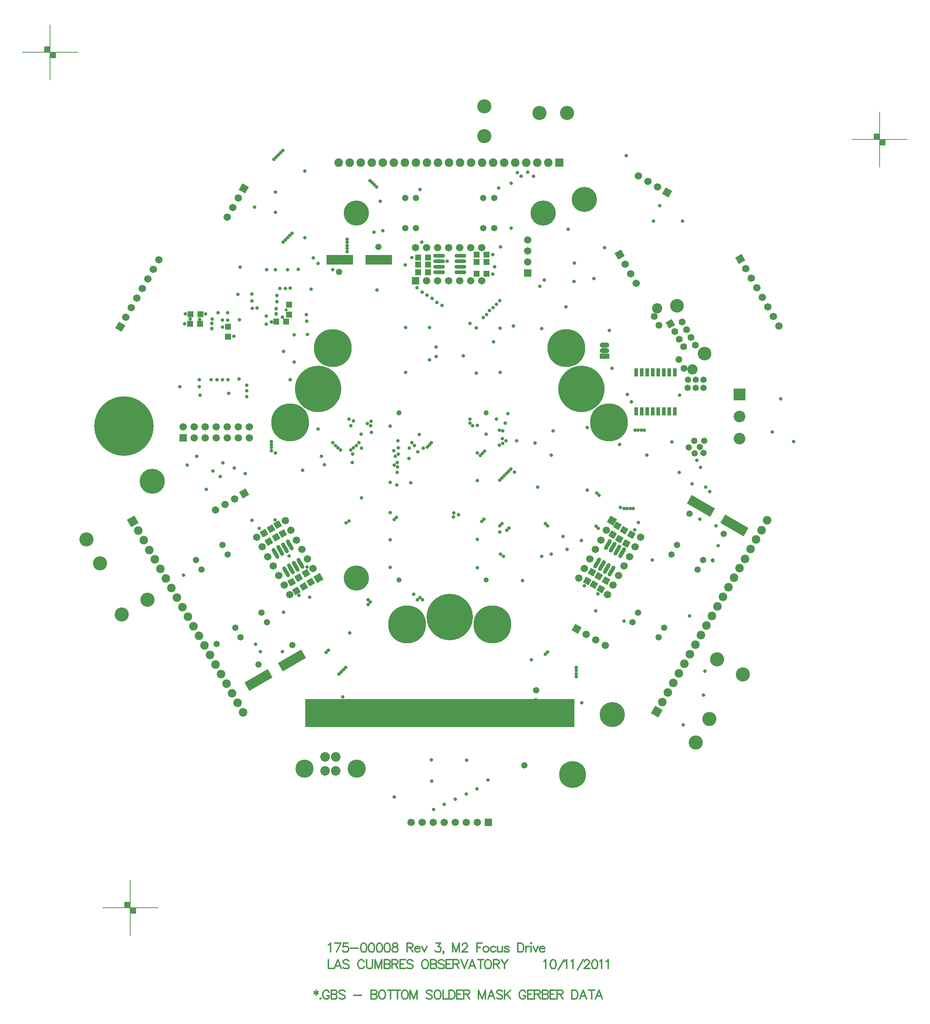
<source format=gbs>
%FSLAX23Y23*%
%MOIN*%
G70*
G01*
G75*
G04 Layer_Color=16711935*
%ADD10R,0.057X0.012*%
%ADD11R,0.025X0.185*%
%ADD12R,0.025X0.100*%
%ADD13O,0.079X0.024*%
%ADD14R,0.070X0.135*%
%ADD15R,0.036X0.036*%
%ADD16R,0.094X0.102*%
G04:AMPARAMS|DCode=17|XSize=78mil|YSize=48mil|CornerRadius=0mil|HoleSize=0mil|Usage=FLASHONLY|Rotation=240.000|XOffset=0mil|YOffset=0mil|HoleType=Round|Shape=Rectangle|*
%AMROTATEDRECTD17*
4,1,4,-0.001,0.046,0.040,0.022,0.001,-0.046,-0.040,-0.022,-0.001,0.046,0.0*
%
%ADD17ROTATEDRECTD17*%

%ADD18R,0.063X0.075*%
%ADD19R,0.050X0.050*%
%ADD20R,0.209X0.079*%
%ADD21R,0.200X0.040*%
%ADD22R,0.200X0.150*%
%ADD23R,0.087X0.059*%
%ADD24R,0.060X0.126*%
%ADD25O,0.012X0.069*%
%ADD26R,0.065X0.094*%
%ADD27O,0.027X0.010*%
%ADD28O,0.024X0.010*%
%ADD29R,0.039X0.059*%
%ADD30R,0.040X0.067*%
%ADD31R,0.051X0.059*%
%ADD32R,0.059X0.051*%
%ADD33O,0.098X0.028*%
%ADD34R,0.050X0.050*%
%ADD35R,0.048X0.078*%
%ADD36R,0.078X0.048*%
G04:AMPARAMS|DCode=37|XSize=78mil|YSize=48mil|CornerRadius=0mil|HoleSize=0mil|Usage=FLASHONLY|Rotation=120.000|XOffset=0mil|YOffset=0mil|HoleType=Round|Shape=Rectangle|*
%AMROTATEDRECTD37*
4,1,4,0.040,-0.022,-0.001,-0.046,-0.040,0.022,0.001,0.046,0.040,-0.022,0.0*
%
%ADD37ROTATEDRECTD37*%

%ADD38R,0.067X0.040*%
G04:AMPARAMS|DCode=39|XSize=135mil|YSize=70mil|CornerRadius=0mil|HoleSize=0mil|Usage=FLASHONLY|Rotation=30.000|XOffset=0mil|YOffset=0mil|HoleType=Round|Shape=Rectangle|*
%AMROTATEDRECTD39*
4,1,4,-0.041,-0.064,-0.076,-0.003,0.041,0.064,0.076,0.003,-0.041,-0.064,0.0*
%
%ADD39ROTATEDRECTD39*%

G04:AMPARAMS|DCode=40|XSize=135mil|YSize=70mil|CornerRadius=0mil|HoleSize=0mil|Usage=FLASHONLY|Rotation=150.000|XOffset=0mil|YOffset=0mil|HoleType=Round|Shape=Rectangle|*
%AMROTATEDRECTD40*
4,1,4,0.076,-0.003,0.041,-0.064,-0.076,0.003,-0.041,0.064,0.076,-0.003,0.0*
%
%ADD40ROTATEDRECTD40*%

%ADD41C,0.020*%
%ADD42C,0.005*%
%ADD43C,0.010*%
%ADD44C,0.050*%
%ADD45C,0.030*%
%ADD46C,0.012*%
%ADD47C,0.008*%
%ADD48C,0.012*%
%ADD49C,0.012*%
%ADD50R,0.079X0.039*%
%ADD51O,0.079X0.039*%
%ADD52C,0.079*%
%ADD53C,0.157*%
%ADD54C,0.120*%
%ADD55C,0.220*%
%ADD56C,0.039*%
%ADD57C,0.085*%
%ADD58C,0.055*%
%ADD59C,0.116*%
%ADD60P,0.078X4X165.0*%
%ADD61C,0.059*%
%ADD62P,0.084X4X255.0*%
%ADD63C,0.050*%
%ADD64P,0.099X4X105.0*%
%ADD65C,0.070*%
%ADD66C,0.219*%
%ADD67R,0.098X0.098*%
%ADD68C,0.098*%
%ADD69R,0.059X0.059*%
%ADD70C,0.059*%
%ADD71P,0.084X4X285.0*%
%ADD72P,0.084X4X195.0*%
%ADD73P,0.084X4X255.0*%
%ADD74R,0.059X0.059*%
%ADD75P,0.084X4X345.0*%
%ADD76R,0.070X0.070*%
%ADD77P,0.099X4X345.0*%
%ADD78P,0.084X4X375.0*%
%ADD79R,0.059X0.059*%
%ADD80C,0.335*%
%ADD81C,0.531*%
%ADD82C,0.413*%
%ADD83C,0.236*%
%ADD84C,0.026*%
%ADD85C,0.024*%
%ADD86C,0.030*%
%ADD87C,0.020*%
%ADD88C,0.040*%
%ADD89C,0.070*%
%ADD90C,0.076*%
%ADD91C,0.131*%
G04:AMPARAMS|DCode=92|XSize=130mil|YSize=130mil|CornerRadius=0mil|HoleSize=0mil|Usage=FLASHONLY|Rotation=0.000|XOffset=0mil|YOffset=0mil|HoleType=Round|Shape=Relief|Width=10mil|Gap=10mil|Entries=4|*
%AMTHD92*
7,0,0,0.130,0.110,0.010,45*
%
%ADD92THD92*%
%ADD93C,0.110*%
%ADD94C,0.206*%
%ADD95C,0.080*%
%ADD96C,0.102*%
%ADD97C,0.075*%
%ADD98C,0.168*%
%ADD99C,0.075*%
G04:AMPARAMS|DCode=100|XSize=95.433mil|YSize=95.433mil|CornerRadius=0mil|HoleSize=0mil|Usage=FLASHONLY|Rotation=0.000|XOffset=0mil|YOffset=0mil|HoleType=Round|Shape=Relief|Width=10mil|Gap=10mil|Entries=4|*
%AMTHD100*
7,0,0,0.095,0.075,0.010,45*
%
%ADD100THD100*%
%ADD101C,0.080*%
%ADD102C,0.099*%
%ADD103C,0.075*%
%ADD104C,0.375*%
%ADD105C,0.571*%
%ADD106C,0.257*%
%ADD107C,0.158*%
%ADD108C,0.053*%
%ADD109C,0.052*%
%ADD110C,0.065*%
G04:AMPARAMS|DCode=111|XSize=89.528mil|YSize=89.528mil|CornerRadius=0mil|HoleSize=0mil|Usage=FLASHONLY|Rotation=0.000|XOffset=0mil|YOffset=0mil|HoleType=Round|Shape=Relief|Width=10mil|Gap=10mil|Entries=4|*
%AMTHD111*
7,0,0,0.090,0.070,0.010,45*
%
%ADD111THD111*%
G04:AMPARAMS|DCode=112|XSize=96.221mil|YSize=96.221mil|CornerRadius=0mil|HoleSize=0mil|Usage=FLASHONLY|Rotation=0.000|XOffset=0mil|YOffset=0mil|HoleType=Round|Shape=Relief|Width=10mil|Gap=10mil|Entries=4|*
%AMTHD112*
7,0,0,0.096,0.076,0.010,45*
%
%ADD112THD112*%
G04:AMPARAMS|DCode=113|XSize=150.551mil|YSize=150.551mil|CornerRadius=0mil|HoleSize=0mil|Usage=FLASHONLY|Rotation=0.000|XOffset=0mil|YOffset=0mil|HoleType=Round|Shape=Relief|Width=10mil|Gap=10mil|Entries=4|*
%AMTHD113*
7,0,0,0.151,0.131,0.010,45*
%
%ADD113THD113*%
G04:AMPARAMS|DCode=114|XSize=122mil|YSize=122mil|CornerRadius=0mil|HoleSize=0mil|Usage=FLASHONLY|Rotation=0.000|XOffset=0mil|YOffset=0mil|HoleType=Round|Shape=Relief|Width=10mil|Gap=10mil|Entries=4|*
%AMTHD114*
7,0,0,0.122,0.102,0.010,45*
%
%ADD114THD114*%
G04:AMPARAMS|DCode=115|XSize=95mil|YSize=95mil|CornerRadius=0mil|HoleSize=0mil|Usage=FLASHONLY|Rotation=0.000|XOffset=0mil|YOffset=0mil|HoleType=Round|Shape=Relief|Width=10mil|Gap=10mil|Entries=4|*
%AMTHD115*
7,0,0,0.095,0.075,0.010,45*
%
%ADD115THD115*%
G04:AMPARAMS|DCode=116|XSize=90mil|YSize=90mil|CornerRadius=0mil|HoleSize=0mil|Usage=FLASHONLY|Rotation=0.000|XOffset=0mil|YOffset=0mil|HoleType=Round|Shape=Relief|Width=10mil|Gap=10mil|Entries=4|*
%AMTHD116*
7,0,0,0.090,0.070,0.010,45*
%
%ADD116THD116*%
G04:AMPARAMS|DCode=117|XSize=100mil|YSize=100mil|CornerRadius=0mil|HoleSize=0mil|Usage=FLASHONLY|Rotation=0.000|XOffset=0mil|YOffset=0mil|HoleType=Round|Shape=Relief|Width=10mil|Gap=10mil|Entries=4|*
%AMTHD117*
7,0,0,0.100,0.080,0.010,45*
%
%ADD117THD117*%
G04:AMPARAMS|DCode=118|XSize=95.433mil|YSize=95.433mil|CornerRadius=0mil|HoleSize=0mil|Usage=FLASHONLY|Rotation=0.000|XOffset=0mil|YOffset=0mil|HoleType=Round|Shape=Relief|Width=10mil|Gap=10mil|Entries=4|*
%AMTHD118*
7,0,0,0.095,0.075,0.010,45*
%
%ADD118THD118*%
G04:AMPARAMS|DCode=119|XSize=72.992mil|YSize=72.992mil|CornerRadius=0mil|HoleSize=0mil|Usage=FLASHONLY|Rotation=0.000|XOffset=0mil|YOffset=0mil|HoleType=Round|Shape=Relief|Width=10mil|Gap=10mil|Entries=4|*
%AMTHD119*
7,0,0,0.073,0.053,0.010,45*
%
%ADD119THD119*%
G04:AMPARAMS|DCode=120|XSize=72mil|YSize=72mil|CornerRadius=0mil|HoleSize=0mil|Usage=FLASHONLY|Rotation=0.000|XOffset=0mil|YOffset=0mil|HoleType=Round|Shape=Relief|Width=10mil|Gap=10mil|Entries=4|*
%AMTHD120*
7,0,0,0.072,0.052,0.010,45*
%
%ADD120THD120*%
G04:AMPARAMS|DCode=121|XSize=85mil|YSize=85mil|CornerRadius=0mil|HoleSize=0mil|Usage=FLASHONLY|Rotation=0.000|XOffset=0mil|YOffset=0mil|HoleType=Round|Shape=Relief|Width=10mil|Gap=10mil|Entries=4|*
%AMTHD121*
7,0,0,0.085,0.065,0.010,45*
%
%ADD121THD121*%
G04:AMPARAMS|DCode=122|XSize=28mil|YSize=98mil|CornerRadius=0mil|HoleSize=0mil|Usage=FLASHONLY|Rotation=210.000|XOffset=0mil|YOffset=0mil|HoleType=Round|Shape=Round|*
%AMOVALD122*
21,1,0.071,0.028,0.000,0.000,300.0*
1,1,0.028,-0.018,0.031*
1,1,0.028,0.018,-0.031*
%
%ADD122OVALD122*%

G04:AMPARAMS|DCode=123|XSize=79mil|YSize=236mil|CornerRadius=0mil|HoleSize=0mil|Usage=FLASHONLY|Rotation=240.000|XOffset=0mil|YOffset=0mil|HoleType=Round|Shape=Rectangle|*
%AMROTATEDRECTD123*
4,1,4,-0.083,0.093,0.122,-0.025,0.083,-0.093,-0.122,0.025,-0.083,0.093,0.0*
%
%ADD123ROTATEDRECTD123*%

%ADD124R,0.025X0.070*%
%ADD125R,0.236X0.079*%
G04:AMPARAMS|DCode=126|XSize=79mil|YSize=236mil|CornerRadius=0mil|HoleSize=0mil|Usage=FLASHONLY|Rotation=120.000|XOffset=0mil|YOffset=0mil|HoleType=Round|Shape=Rectangle|*
%AMROTATEDRECTD126*
4,1,4,0.122,0.025,-0.083,-0.093,-0.122,-0.025,0.083,0.093,0.122,0.025,0.0*
%
%ADD126ROTATEDRECTD126*%

%ADD127P,0.071X4X285.0*%
%ADD128P,0.071X4X165.0*%
G04:AMPARAMS|DCode=129|XSize=28mil|YSize=98mil|CornerRadius=0mil|HoleSize=0mil|Usage=FLASHONLY|Rotation=330.000|XOffset=0mil|YOffset=0mil|HoleType=Round|Shape=Round|*
%AMOVALD129*
21,1,0.071,0.028,0.000,0.000,60.0*
1,1,0.028,-0.018,-0.031*
1,1,0.028,0.018,0.031*
%
%ADD129OVALD129*%

%ADD130C,0.075*%
%ADD131C,0.010*%
%ADD132C,0.008*%
%ADD133C,0.020*%
%ADD134C,0.024*%
%ADD135C,0.007*%
%ADD136C,0.010*%
%ADD137C,0.006*%
%ADD138C,0.007*%
%ADD139R,0.020X0.082*%
%ADD140R,0.195X0.150*%
%ADD141R,0.061X0.016*%
%ADD142R,0.033X0.193*%
%ADD143R,0.033X0.108*%
%ADD144O,0.087X0.032*%
%ADD145R,0.078X0.143*%
%ADD146R,0.044X0.044*%
%ADD147R,0.102X0.110*%
G04:AMPARAMS|DCode=148|XSize=86mil|YSize=56mil|CornerRadius=0mil|HoleSize=0mil|Usage=FLASHONLY|Rotation=240.000|XOffset=0mil|YOffset=0mil|HoleType=Round|Shape=Rectangle|*
%AMROTATEDRECTD148*
4,1,4,-0.003,0.051,0.046,0.023,0.003,-0.051,-0.046,-0.023,-0.003,0.051,0.0*
%
%ADD148ROTATEDRECTD148*%

%ADD149R,0.071X0.083*%
%ADD150R,0.058X0.058*%
%ADD151R,0.217X0.087*%
%ADD152R,0.208X0.048*%
%ADD153R,0.208X0.158*%
%ADD154R,0.095X0.067*%
%ADD155R,0.068X0.134*%
%ADD156O,0.020X0.077*%
%ADD157R,0.073X0.102*%
%ADD158O,0.035X0.018*%
%ADD159O,0.032X0.018*%
%ADD160R,0.047X0.067*%
%ADD161R,0.048X0.075*%
%ADD162R,0.059X0.067*%
%ADD163R,0.067X0.059*%
%ADD164O,0.106X0.036*%
%ADD165R,0.058X0.058*%
%ADD166R,0.056X0.086*%
%ADD167R,0.086X0.056*%
G04:AMPARAMS|DCode=168|XSize=86mil|YSize=56mil|CornerRadius=0mil|HoleSize=0mil|Usage=FLASHONLY|Rotation=120.000|XOffset=0mil|YOffset=0mil|HoleType=Round|Shape=Rectangle|*
%AMROTATEDRECTD168*
4,1,4,0.046,-0.023,-0.003,-0.051,-0.046,0.023,0.003,0.051,0.046,-0.023,0.0*
%
%ADD168ROTATEDRECTD168*%

%ADD169R,0.075X0.048*%
G04:AMPARAMS|DCode=170|XSize=143mil|YSize=78mil|CornerRadius=0mil|HoleSize=0mil|Usage=FLASHONLY|Rotation=30.000|XOffset=0mil|YOffset=0mil|HoleType=Round|Shape=Rectangle|*
%AMROTATEDRECTD170*
4,1,4,-0.042,-0.070,-0.081,-0.002,0.042,0.070,0.081,0.002,-0.042,-0.070,0.0*
%
%ADD170ROTATEDRECTD170*%

G04:AMPARAMS|DCode=171|XSize=143mil|YSize=78mil|CornerRadius=0mil|HoleSize=0mil|Usage=FLASHONLY|Rotation=150.000|XOffset=0mil|YOffset=0mil|HoleType=Round|Shape=Rectangle|*
%AMROTATEDRECTD171*
4,1,4,0.081,-0.002,0.042,-0.070,-0.081,0.002,-0.042,0.070,0.081,-0.002,0.0*
%
%ADD171ROTATEDRECTD171*%

%ADD172R,0.087X0.047*%
%ADD173O,0.087X0.047*%
%ADD174C,0.087*%
%ADD175C,0.165*%
%ADD176C,0.128*%
%ADD177C,0.228*%
%ADD178C,0.047*%
%ADD179C,0.093*%
%ADD180C,0.063*%
%ADD181C,0.124*%
%ADD182P,0.089X4X165.0*%
%ADD183C,0.067*%
%ADD184P,0.095X4X255.0*%
%ADD185C,0.058*%
%ADD186P,0.110X4X105.0*%
%ADD187C,0.078*%
%ADD188C,0.227*%
%ADD189R,0.106X0.106*%
%ADD190C,0.106*%
%ADD191R,0.067X0.067*%
%ADD192C,0.067*%
%ADD193P,0.095X4X285.0*%
%ADD194P,0.095X4X195.0*%
%ADD195P,0.095X4X255.0*%
%ADD196R,0.067X0.067*%
%ADD197P,0.095X4X345.0*%
%ADD198R,0.078X0.078*%
%ADD199P,0.110X4X345.0*%
%ADD200P,0.095X4X375.0*%
%ADD201R,0.067X0.067*%
%ADD202C,0.343*%
%ADD203C,0.539*%
%ADD204C,0.421*%
%ADD205C,0.244*%
%ADD206C,0.032*%
%ADD207C,0.038*%
%ADD208C,0.028*%
%ADD209R,2.441X0.253*%
G04:AMPARAMS|DCode=210|XSize=36mil|YSize=106mil|CornerRadius=0mil|HoleSize=0mil|Usage=FLASHONLY|Rotation=210.000|XOffset=0mil|YOffset=0mil|HoleType=Round|Shape=Round|*
%AMOVALD210*
21,1,0.071,0.036,0.000,0.000,300.0*
1,1,0.036,-0.018,0.031*
1,1,0.036,0.018,-0.031*
%
%ADD210OVALD210*%

G04:AMPARAMS|DCode=211|XSize=87mil|YSize=244mil|CornerRadius=0mil|HoleSize=0mil|Usage=FLASHONLY|Rotation=240.000|XOffset=0mil|YOffset=0mil|HoleType=Round|Shape=Rectangle|*
%AMROTATEDRECTD211*
4,1,4,-0.084,0.099,0.127,-0.023,0.084,-0.099,-0.127,0.023,-0.084,0.099,0.0*
%
%ADD211ROTATEDRECTD211*%

%ADD212R,0.033X0.078*%
%ADD213R,0.244X0.087*%
G04:AMPARAMS|DCode=214|XSize=87mil|YSize=244mil|CornerRadius=0mil|HoleSize=0mil|Usage=FLASHONLY|Rotation=120.000|XOffset=0mil|YOffset=0mil|HoleType=Round|Shape=Rectangle|*
%AMROTATEDRECTD214*
4,1,4,0.127,0.023,-0.084,-0.099,-0.127,-0.023,0.084,0.099,0.127,0.023,0.0*
%
%ADD214ROTATEDRECTD214*%

%ADD215P,0.082X4X285.0*%
%ADD216P,0.082X4X165.0*%
G04:AMPARAMS|DCode=217|XSize=36mil|YSize=106mil|CornerRadius=0mil|HoleSize=0mil|Usage=FLASHONLY|Rotation=330.000|XOffset=0mil|YOffset=0mil|HoleType=Round|Shape=Round|*
%AMOVALD217*
21,1,0.071,0.036,0.000,0.000,60.0*
1,1,0.036,-0.018,-0.031*
1,1,0.036,0.018,0.031*
%
%ADD217OVALD217*%

%ADD218C,0.034*%
D46*
X30284Y26634D02*
Y26588D01*
X30265Y26622D02*
X30303Y26600D01*
Y26622D02*
X30265Y26600D01*
X30323Y26561D02*
X30319Y26558D01*
X30323Y26554D01*
X30327Y26558D01*
X30323Y26561D01*
X30402Y26615D02*
X30398Y26622D01*
X30390Y26630D01*
X30383Y26634D01*
X30367D01*
X30360Y26630D01*
X30352Y26622D01*
X30348Y26615D01*
X30344Y26603D01*
Y26584D01*
X30348Y26573D01*
X30352Y26565D01*
X30360Y26558D01*
X30367Y26554D01*
X30383D01*
X30390Y26558D01*
X30398Y26565D01*
X30402Y26573D01*
Y26584D01*
X30383D02*
X30402D01*
X30420Y26634D02*
Y26554D01*
Y26634D02*
X30454D01*
X30466Y26630D01*
X30469Y26626D01*
X30473Y26619D01*
Y26611D01*
X30469Y26603D01*
X30466Y26600D01*
X30454Y26596D01*
X30420D02*
X30454D01*
X30466Y26592D01*
X30469Y26588D01*
X30473Y26580D01*
Y26569D01*
X30469Y26561D01*
X30466Y26558D01*
X30454Y26554D01*
X30420D01*
X30544Y26622D02*
X30537Y26630D01*
X30525Y26634D01*
X30510D01*
X30499Y26630D01*
X30491Y26622D01*
Y26615D01*
X30495Y26607D01*
X30499Y26603D01*
X30506Y26600D01*
X30529Y26592D01*
X30537Y26588D01*
X30541Y26584D01*
X30544Y26577D01*
Y26565D01*
X30537Y26558D01*
X30525Y26554D01*
X30510D01*
X30499Y26558D01*
X30491Y26565D01*
X30625Y26588D02*
X30694D01*
X30780Y26634D02*
Y26554D01*
Y26634D02*
X30814D01*
X30826Y26630D01*
X30830Y26626D01*
X30834Y26619D01*
Y26611D01*
X30830Y26603D01*
X30826Y26600D01*
X30814Y26596D01*
X30780D02*
X30814D01*
X30826Y26592D01*
X30830Y26588D01*
X30834Y26580D01*
Y26569D01*
X30830Y26561D01*
X30826Y26558D01*
X30814Y26554D01*
X30780D01*
X30874Y26634D02*
X30867Y26630D01*
X30859Y26622D01*
X30855Y26615D01*
X30851Y26603D01*
Y26584D01*
X30855Y26573D01*
X30859Y26565D01*
X30867Y26558D01*
X30874Y26554D01*
X30889D01*
X30897Y26558D01*
X30905Y26565D01*
X30909Y26573D01*
X30912Y26584D01*
Y26603D01*
X30909Y26615D01*
X30905Y26622D01*
X30897Y26630D01*
X30889Y26634D01*
X30874D01*
X30958D02*
Y26554D01*
X30931Y26634D02*
X30984D01*
X31021D02*
Y26554D01*
X30994Y26634D02*
X31047D01*
X31080D02*
X31072Y26630D01*
X31064Y26622D01*
X31061Y26615D01*
X31057Y26603D01*
Y26584D01*
X31061Y26573D01*
X31064Y26565D01*
X31072Y26558D01*
X31080Y26554D01*
X31095D01*
X31102Y26558D01*
X31110Y26565D01*
X31114Y26573D01*
X31118Y26584D01*
Y26603D01*
X31114Y26615D01*
X31110Y26622D01*
X31102Y26630D01*
X31095Y26634D01*
X31080D01*
X31136D02*
Y26554D01*
Y26634D02*
X31167Y26554D01*
X31197Y26634D02*
X31167Y26554D01*
X31197Y26634D02*
Y26554D01*
X31336Y26622D02*
X31329Y26630D01*
X31317Y26634D01*
X31302D01*
X31291Y26630D01*
X31283Y26622D01*
Y26615D01*
X31287Y26607D01*
X31291Y26603D01*
X31298Y26600D01*
X31321Y26592D01*
X31329Y26588D01*
X31332Y26584D01*
X31336Y26577D01*
Y26565D01*
X31329Y26558D01*
X31317Y26554D01*
X31302D01*
X31291Y26558D01*
X31283Y26565D01*
X31377Y26634D02*
X31369Y26630D01*
X31362Y26622D01*
X31358Y26615D01*
X31354Y26603D01*
Y26584D01*
X31358Y26573D01*
X31362Y26565D01*
X31369Y26558D01*
X31377Y26554D01*
X31392D01*
X31400Y26558D01*
X31407Y26565D01*
X31411Y26573D01*
X31415Y26584D01*
Y26603D01*
X31411Y26615D01*
X31407Y26622D01*
X31400Y26630D01*
X31392Y26634D01*
X31377D01*
X31434D02*
Y26554D01*
X31479D01*
X31488Y26634D02*
Y26554D01*
Y26634D02*
X31515D01*
X31526Y26630D01*
X31534Y26622D01*
X31538Y26615D01*
X31542Y26603D01*
Y26584D01*
X31538Y26573D01*
X31534Y26565D01*
X31526Y26558D01*
X31515Y26554D01*
X31488D01*
X31609Y26634D02*
X31559D01*
Y26554D01*
X31609D01*
X31559Y26596D02*
X31590D01*
X31622Y26634D02*
Y26554D01*
Y26634D02*
X31657D01*
X31668Y26630D01*
X31672Y26626D01*
X31676Y26619D01*
Y26611D01*
X31672Y26603D01*
X31668Y26600D01*
X31657Y26596D01*
X31622D01*
X31649D02*
X31676Y26554D01*
X31756Y26634D02*
Y26554D01*
Y26634D02*
X31787Y26554D01*
X31817Y26634D02*
X31787Y26554D01*
X31817Y26634D02*
Y26554D01*
X31901D02*
X31871Y26634D01*
X31840Y26554D01*
X31852Y26580D02*
X31890D01*
X31973Y26622D02*
X31965Y26630D01*
X31954Y26634D01*
X31939D01*
X31927Y26630D01*
X31920Y26622D01*
Y26615D01*
X31924Y26607D01*
X31927Y26603D01*
X31935Y26600D01*
X31958Y26592D01*
X31965Y26588D01*
X31969Y26584D01*
X31973Y26577D01*
Y26565D01*
X31965Y26558D01*
X31954Y26554D01*
X31939D01*
X31927Y26558D01*
X31920Y26565D01*
X31991Y26634D02*
Y26554D01*
X32044Y26634D02*
X31991Y26580D01*
X32010Y26600D02*
X32044Y26554D01*
X32182Y26615D02*
X32178Y26622D01*
X32171Y26630D01*
X32163Y26634D01*
X32148D01*
X32140Y26630D01*
X32133Y26622D01*
X32129Y26615D01*
X32125Y26603D01*
Y26584D01*
X32129Y26573D01*
X32133Y26565D01*
X32140Y26558D01*
X32148Y26554D01*
X32163D01*
X32171Y26558D01*
X32178Y26565D01*
X32182Y26573D01*
Y26584D01*
X32163D02*
X32182D01*
X32250Y26634D02*
X32200D01*
Y26554D01*
X32250D01*
X32200Y26596D02*
X32231D01*
X32263Y26634D02*
Y26554D01*
Y26634D02*
X32298D01*
X32309Y26630D01*
X32313Y26626D01*
X32317Y26619D01*
Y26611D01*
X32313Y26603D01*
X32309Y26600D01*
X32298Y26596D01*
X32263D01*
X32290D02*
X32317Y26554D01*
X32335Y26634D02*
Y26554D01*
Y26634D02*
X32369D01*
X32380Y26630D01*
X32384Y26626D01*
X32388Y26619D01*
Y26611D01*
X32384Y26603D01*
X32380Y26600D01*
X32369Y26596D01*
X32335D02*
X32369D01*
X32380Y26592D01*
X32384Y26588D01*
X32388Y26580D01*
Y26569D01*
X32384Y26561D01*
X32380Y26558D01*
X32369Y26554D01*
X32335D01*
X32455Y26634D02*
X32406D01*
Y26554D01*
X32455D01*
X32406Y26596D02*
X32436D01*
X32469Y26634D02*
Y26554D01*
Y26634D02*
X32503D01*
X32514Y26630D01*
X32518Y26626D01*
X32522Y26619D01*
Y26611D01*
X32518Y26603D01*
X32514Y26600D01*
X32503Y26596D01*
X32469D01*
X32495D02*
X32522Y26554D01*
X32603Y26634D02*
Y26554D01*
Y26634D02*
X32629D01*
X32641Y26630D01*
X32648Y26622D01*
X32652Y26615D01*
X32656Y26603D01*
Y26584D01*
X32652Y26573D01*
X32648Y26565D01*
X32641Y26558D01*
X32629Y26554D01*
X32603D01*
X32735D02*
X32704Y26634D01*
X32674Y26554D01*
X32685Y26580D02*
X32723D01*
X32780Y26634D02*
Y26554D01*
X32753Y26634D02*
X32807D01*
X32877Y26554D02*
X32847Y26634D01*
X32816Y26554D01*
X32828Y26580D02*
X32866D01*
D47*
X35143Y34340D02*
X35643D01*
X35393Y34090D02*
Y34590D01*
X35443Y34290D02*
Y34340D01*
X35393Y34290D02*
X35443D01*
X35343Y34340D02*
Y34390D01*
X35393D01*
X35348Y34345D02*
X35388D01*
X35348D02*
Y34385D01*
X35388D01*
Y34345D02*
Y34385D01*
X35353Y34350D02*
X35383D01*
X35353D02*
Y34380D01*
X35383D01*
Y34355D02*
Y34380D01*
X35358Y34355D02*
X35378D01*
X35358D02*
Y34375D01*
X35378D01*
Y34360D02*
Y34375D01*
X35363Y34360D02*
X35373D01*
X35363D02*
Y34370D01*
X35373D01*
Y34360D02*
Y34370D01*
X35363Y34365D02*
X35373D01*
X35398Y34295D02*
X35438D01*
X35398D02*
Y34335D01*
X35438D01*
Y34295D02*
Y34335D01*
X35403Y34300D02*
X35433D01*
X35403D02*
Y34330D01*
X35433D01*
Y34305D02*
Y34330D01*
X35408Y34305D02*
X35428D01*
X35408D02*
Y34325D01*
X35428D01*
Y34310D02*
Y34325D01*
X35413Y34310D02*
X35423D01*
X35413D02*
Y34320D01*
X35423D01*
Y34310D02*
Y34320D01*
X35413Y34315D02*
X35423D01*
X27623Y35130D02*
X28123D01*
X27873Y34880D02*
Y35380D01*
X27923Y35080D02*
Y35130D01*
X27873Y35080D02*
X27923D01*
X27823Y35130D02*
Y35180D01*
X27873D01*
X27828Y35135D02*
X27868D01*
X27828D02*
Y35175D01*
X27868D01*
Y35135D02*
Y35175D01*
X27833Y35140D02*
X27863D01*
X27833D02*
Y35170D01*
X27863D01*
Y35145D02*
Y35170D01*
X27838Y35145D02*
X27858D01*
X27838D02*
Y35165D01*
X27858D01*
Y35150D02*
Y35165D01*
X27843Y35150D02*
X27853D01*
X27843D02*
Y35160D01*
X27853D01*
Y35150D02*
Y35160D01*
X27843Y35155D02*
X27853D01*
X27878Y35085D02*
X27918D01*
X27878D02*
Y35125D01*
X27918D01*
Y35085D02*
Y35125D01*
X27883Y35090D02*
X27913D01*
X27883D02*
Y35120D01*
X27913D01*
Y35095D02*
Y35120D01*
X27888Y35095D02*
X27908D01*
X27888D02*
Y35115D01*
X27908D01*
Y35100D02*
Y35115D01*
X27893Y35100D02*
X27903D01*
X27893D02*
Y35110D01*
X27903D01*
Y35100D02*
Y35110D01*
X27893Y35105D02*
X27903D01*
X28347Y27380D02*
X28847D01*
X28597Y27130D02*
Y27630D01*
X28647Y27330D02*
Y27380D01*
X28597Y27330D02*
X28647D01*
X28547Y27380D02*
Y27430D01*
X28597D01*
X28552Y27385D02*
X28592D01*
X28552D02*
Y27425D01*
X28592D01*
Y27385D02*
Y27425D01*
X28557Y27390D02*
X28587D01*
X28557D02*
Y27420D01*
X28587D01*
Y27395D02*
Y27420D01*
X28562Y27395D02*
X28582D01*
X28562D02*
Y27415D01*
X28582D01*
Y27400D02*
Y27415D01*
X28567Y27400D02*
X28577D01*
X28567D02*
Y27410D01*
X28577D01*
Y27400D02*
Y27410D01*
X28567Y27405D02*
X28577D01*
X28602Y27335D02*
X28642D01*
X28602D02*
Y27375D01*
X28642D01*
Y27335D02*
Y27375D01*
X28607Y27340D02*
X28637D01*
X28607D02*
Y27370D01*
X28637D01*
Y27345D02*
Y27370D01*
X28612Y27345D02*
X28632D01*
X28612D02*
Y27365D01*
X28632D01*
Y27350D02*
Y27365D01*
X28617Y27350D02*
X28627D01*
X28617D02*
Y27360D01*
X28627D01*
Y27350D02*
Y27360D01*
X28617Y27355D02*
X28627D01*
D48*
X30395Y26909D02*
Y26829D01*
X30440D01*
X30510D02*
X30480Y26909D01*
X30449Y26829D01*
X30461Y26855D02*
X30499D01*
X30582Y26897D02*
X30575Y26905D01*
X30563Y26909D01*
X30548D01*
X30536Y26905D01*
X30529Y26897D01*
Y26889D01*
X30533Y26882D01*
X30536Y26878D01*
X30544Y26874D01*
X30567Y26867D01*
X30575Y26863D01*
X30578Y26859D01*
X30582Y26851D01*
Y26840D01*
X30575Y26832D01*
X30563Y26829D01*
X30548D01*
X30536Y26832D01*
X30529Y26840D01*
X30720Y26889D02*
X30716Y26897D01*
X30709Y26905D01*
X30701Y26909D01*
X30686D01*
X30678Y26905D01*
X30671Y26897D01*
X30667Y26889D01*
X30663Y26878D01*
Y26859D01*
X30667Y26848D01*
X30671Y26840D01*
X30678Y26832D01*
X30686Y26829D01*
X30701D01*
X30709Y26832D01*
X30716Y26840D01*
X30720Y26848D01*
X30742Y26909D02*
Y26851D01*
X30746Y26840D01*
X30754Y26832D01*
X30765Y26829D01*
X30773D01*
X30784Y26832D01*
X30792Y26840D01*
X30796Y26851D01*
Y26909D01*
X30818D02*
Y26829D01*
Y26909D02*
X30848Y26829D01*
X30879Y26909D02*
X30848Y26829D01*
X30879Y26909D02*
Y26829D01*
X30902Y26909D02*
Y26829D01*
Y26909D02*
X30936D01*
X30947Y26905D01*
X30951Y26901D01*
X30955Y26893D01*
Y26886D01*
X30951Y26878D01*
X30947Y26874D01*
X30936Y26870D01*
X30902D02*
X30936D01*
X30947Y26867D01*
X30951Y26863D01*
X30955Y26855D01*
Y26844D01*
X30951Y26836D01*
X30947Y26832D01*
X30936Y26829D01*
X30902D01*
X30973Y26909D02*
Y26829D01*
Y26909D02*
X31007D01*
X31019Y26905D01*
X31022Y26901D01*
X31026Y26893D01*
Y26886D01*
X31022Y26878D01*
X31019Y26874D01*
X31007Y26870D01*
X30973D01*
X31000D02*
X31026Y26829D01*
X31094Y26909D02*
X31044D01*
Y26829D01*
X31094D01*
X31044Y26870D02*
X31075D01*
X31160Y26897D02*
X31153Y26905D01*
X31141Y26909D01*
X31126D01*
X31115Y26905D01*
X31107Y26897D01*
Y26889D01*
X31111Y26882D01*
X31115Y26878D01*
X31122Y26874D01*
X31145Y26867D01*
X31153Y26863D01*
X31157Y26859D01*
X31160Y26851D01*
Y26840D01*
X31153Y26832D01*
X31141Y26829D01*
X31126D01*
X31115Y26832D01*
X31107Y26840D01*
X31264Y26909D02*
X31256Y26905D01*
X31249Y26897D01*
X31245Y26889D01*
X31241Y26878D01*
Y26859D01*
X31245Y26848D01*
X31249Y26840D01*
X31256Y26832D01*
X31264Y26829D01*
X31279D01*
X31287Y26832D01*
X31294Y26840D01*
X31298Y26848D01*
X31302Y26859D01*
Y26878D01*
X31298Y26889D01*
X31294Y26897D01*
X31287Y26905D01*
X31279Y26909D01*
X31264D01*
X31321D02*
Y26829D01*
Y26909D02*
X31355D01*
X31366Y26905D01*
X31370Y26901D01*
X31374Y26893D01*
Y26886D01*
X31370Y26878D01*
X31366Y26874D01*
X31355Y26870D01*
X31321D02*
X31355D01*
X31366Y26867D01*
X31370Y26863D01*
X31374Y26855D01*
Y26844D01*
X31370Y26836D01*
X31366Y26832D01*
X31355Y26829D01*
X31321D01*
X31445Y26897D02*
X31438Y26905D01*
X31426Y26909D01*
X31411D01*
X31399Y26905D01*
X31392Y26897D01*
Y26889D01*
X31396Y26882D01*
X31399Y26878D01*
X31407Y26874D01*
X31430Y26867D01*
X31438Y26863D01*
X31441Y26859D01*
X31445Y26851D01*
Y26840D01*
X31438Y26832D01*
X31426Y26829D01*
X31411D01*
X31399Y26832D01*
X31392Y26840D01*
X31513Y26909D02*
X31463D01*
Y26829D01*
X31513D01*
X31463Y26870D02*
X31494D01*
X31526Y26909D02*
Y26829D01*
Y26909D02*
X31560D01*
X31572Y26905D01*
X31575Y26901D01*
X31579Y26893D01*
Y26886D01*
X31575Y26878D01*
X31572Y26874D01*
X31560Y26870D01*
X31526D01*
X31553D02*
X31579Y26829D01*
X31597Y26909D02*
X31628Y26829D01*
X31658Y26909D02*
X31628Y26829D01*
X31729D02*
X31699Y26909D01*
X31668Y26829D01*
X31680Y26855D02*
X31718D01*
X31775Y26909D02*
Y26829D01*
X31748Y26909D02*
X31801D01*
X31834D02*
X31826Y26905D01*
X31818Y26897D01*
X31815Y26889D01*
X31811Y26878D01*
Y26859D01*
X31815Y26848D01*
X31818Y26840D01*
X31826Y26832D01*
X31834Y26829D01*
X31849D01*
X31857Y26832D01*
X31864Y26840D01*
X31868Y26848D01*
X31872Y26859D01*
Y26878D01*
X31868Y26889D01*
X31864Y26897D01*
X31857Y26905D01*
X31849Y26909D01*
X31834D01*
X31890D02*
Y26829D01*
Y26909D02*
X31925D01*
X31936Y26905D01*
X31940Y26901D01*
X31944Y26893D01*
Y26886D01*
X31940Y26878D01*
X31936Y26874D01*
X31925Y26870D01*
X31890D01*
X31917D02*
X31944Y26829D01*
X31962Y26909D02*
X31992Y26870D01*
Y26829D01*
X32023Y26909D02*
X31992Y26870D01*
X32347Y26893D02*
X32355Y26897D01*
X32366Y26909D01*
Y26829D01*
X32429Y26909D02*
X32417Y26905D01*
X32410Y26893D01*
X32406Y26874D01*
Y26863D01*
X32410Y26844D01*
X32417Y26832D01*
X32429Y26829D01*
X32436D01*
X32448Y26832D01*
X32455Y26844D01*
X32459Y26863D01*
Y26874D01*
X32455Y26893D01*
X32448Y26905D01*
X32436Y26909D01*
X32429D01*
X32477Y26817D02*
X32530Y26909D01*
X32536Y26893D02*
X32543Y26897D01*
X32555Y26909D01*
Y26829D01*
X32594Y26893D02*
X32602Y26897D01*
X32613Y26909D01*
Y26829D01*
X32653Y26817D02*
X32706Y26909D01*
X32715Y26889D02*
Y26893D01*
X32719Y26901D01*
X32723Y26905D01*
X32731Y26909D01*
X32746D01*
X32753Y26905D01*
X32757Y26901D01*
X32761Y26893D01*
Y26886D01*
X32757Y26878D01*
X32750Y26867D01*
X32712Y26829D01*
X32765D01*
X32806Y26909D02*
X32794Y26905D01*
X32787Y26893D01*
X32783Y26874D01*
Y26863D01*
X32787Y26844D01*
X32794Y26832D01*
X32806Y26829D01*
X32813D01*
X32825Y26832D01*
X32832Y26844D01*
X32836Y26863D01*
Y26874D01*
X32832Y26893D01*
X32825Y26905D01*
X32813Y26909D01*
X32806D01*
X32854Y26893D02*
X32862Y26897D01*
X32873Y26909D01*
Y26829D01*
X32913Y26893D02*
X32920Y26897D01*
X32932Y26909D01*
Y26829D01*
D49*
X30395Y27043D02*
X30402Y27047D01*
X30414Y27059D01*
Y26979D01*
X30507Y27059D02*
X30469Y26979D01*
X30453Y27059D02*
X30507D01*
X30570D02*
X30532D01*
X30528Y27024D01*
X30532Y27028D01*
X30544Y27032D01*
X30555D01*
X30567Y27028D01*
X30574Y27020D01*
X30578Y27009D01*
Y27001D01*
X30574Y26990D01*
X30567Y26982D01*
X30555Y26979D01*
X30544D01*
X30532Y26982D01*
X30528Y26986D01*
X30525Y26994D01*
X30596Y27013D02*
X30664D01*
X30711Y27059D02*
X30699Y27055D01*
X30692Y27043D01*
X30688Y27024D01*
Y27013D01*
X30692Y26994D01*
X30699Y26982D01*
X30711Y26979D01*
X30719D01*
X30730Y26982D01*
X30738Y26994D01*
X30741Y27013D01*
Y27024D01*
X30738Y27043D01*
X30730Y27055D01*
X30719Y27059D01*
X30711D01*
X30782D02*
X30771Y27055D01*
X30763Y27043D01*
X30759Y27024D01*
Y27013D01*
X30763Y26994D01*
X30771Y26982D01*
X30782Y26979D01*
X30790D01*
X30801Y26982D01*
X30809Y26994D01*
X30813Y27013D01*
Y27024D01*
X30809Y27043D01*
X30801Y27055D01*
X30790Y27059D01*
X30782D01*
X30853D02*
X30842Y27055D01*
X30834Y27043D01*
X30830Y27024D01*
Y27013D01*
X30834Y26994D01*
X30842Y26982D01*
X30853Y26979D01*
X30861D01*
X30872Y26982D01*
X30880Y26994D01*
X30884Y27013D01*
Y27024D01*
X30880Y27043D01*
X30872Y27055D01*
X30861Y27059D01*
X30853D01*
X30925D02*
X30913Y27055D01*
X30906Y27043D01*
X30902Y27024D01*
Y27013D01*
X30906Y26994D01*
X30913Y26982D01*
X30925Y26979D01*
X30932D01*
X30944Y26982D01*
X30951Y26994D01*
X30955Y27013D01*
Y27024D01*
X30951Y27043D01*
X30944Y27055D01*
X30932Y27059D01*
X30925D01*
X30992D02*
X30981Y27055D01*
X30977Y27047D01*
Y27039D01*
X30981Y27032D01*
X30988Y27028D01*
X31003Y27024D01*
X31015Y27020D01*
X31022Y27013D01*
X31026Y27005D01*
Y26994D01*
X31022Y26986D01*
X31019Y26982D01*
X31007Y26979D01*
X30992D01*
X30981Y26982D01*
X30977Y26986D01*
X30973Y26994D01*
Y27005D01*
X30977Y27013D01*
X30984Y27020D01*
X30996Y27024D01*
X31011Y27028D01*
X31019Y27032D01*
X31022Y27039D01*
Y27047D01*
X31019Y27055D01*
X31007Y27059D01*
X30992D01*
X31107D02*
Y26979D01*
Y27059D02*
X31141D01*
X31153Y27055D01*
X31157Y27051D01*
X31160Y27043D01*
Y27036D01*
X31157Y27028D01*
X31153Y27024D01*
X31141Y27020D01*
X31107D01*
X31134D02*
X31160Y26979D01*
X31178Y27009D02*
X31224D01*
Y27017D01*
X31220Y27024D01*
X31216Y27028D01*
X31209Y27032D01*
X31197D01*
X31190Y27028D01*
X31182Y27020D01*
X31178Y27009D01*
Y27001D01*
X31182Y26990D01*
X31190Y26982D01*
X31197Y26979D01*
X31209D01*
X31216Y26982D01*
X31224Y26990D01*
X31241Y27032D02*
X31264Y26979D01*
X31287Y27032D02*
X31264Y26979D01*
X31370Y27059D02*
X31412D01*
X31389Y27028D01*
X31401D01*
X31408Y27024D01*
X31412Y27020D01*
X31416Y27009D01*
Y27001D01*
X31412Y26990D01*
X31404Y26982D01*
X31393Y26979D01*
X31382D01*
X31370Y26982D01*
X31366Y26986D01*
X31363Y26994D01*
X31441Y26982D02*
X31438Y26979D01*
X31434Y26982D01*
X31438Y26986D01*
X31441Y26982D01*
Y26975D01*
X31438Y26967D01*
X31434Y26963D01*
X31522Y27059D02*
Y26979D01*
Y27059D02*
X31552Y26979D01*
X31583Y27059D02*
X31552Y26979D01*
X31583Y27059D02*
Y26979D01*
X31609Y27039D02*
Y27043D01*
X31613Y27051D01*
X31617Y27055D01*
X31625Y27059D01*
X31640D01*
X31647Y27055D01*
X31651Y27051D01*
X31655Y27043D01*
Y27036D01*
X31651Y27028D01*
X31644Y27017D01*
X31606Y26979D01*
X31659D01*
X31740Y27059D02*
Y26979D01*
Y27059D02*
X31789D01*
X31740Y27020D02*
X31770D01*
X31817Y27032D02*
X31810Y27028D01*
X31802Y27020D01*
X31798Y27009D01*
Y27001D01*
X31802Y26990D01*
X31810Y26982D01*
X31817Y26979D01*
X31829D01*
X31836Y26982D01*
X31844Y26990D01*
X31848Y27001D01*
Y27009D01*
X31844Y27020D01*
X31836Y27028D01*
X31829Y27032D01*
X31817D01*
X31911Y27020D02*
X31903Y27028D01*
X31896Y27032D01*
X31884D01*
X31877Y27028D01*
X31869Y27020D01*
X31865Y27009D01*
Y27001D01*
X31869Y26990D01*
X31877Y26982D01*
X31884Y26979D01*
X31896D01*
X31903Y26982D01*
X31911Y26990D01*
X31928Y27032D02*
Y26994D01*
X31932Y26982D01*
X31940Y26979D01*
X31951D01*
X31959Y26982D01*
X31970Y26994D01*
Y27032D02*
Y26979D01*
X32033Y27020D02*
X32029Y27028D01*
X32018Y27032D01*
X32006D01*
X31995Y27028D01*
X31991Y27020D01*
X31995Y27013D01*
X32002Y27009D01*
X32021Y27005D01*
X32029Y27001D01*
X32033Y26994D01*
Y26990D01*
X32029Y26982D01*
X32018Y26979D01*
X32006D01*
X31995Y26982D01*
X31991Y26990D01*
X32112Y27059D02*
Y26979D01*
Y27059D02*
X32139D01*
X32151Y27055D01*
X32158Y27047D01*
X32162Y27039D01*
X32166Y27028D01*
Y27009D01*
X32162Y26998D01*
X32158Y26990D01*
X32151Y26982D01*
X32139Y26979D01*
X32112D01*
X32184Y27032D02*
Y26979D01*
Y27009D02*
X32188Y27020D01*
X32195Y27028D01*
X32203Y27032D01*
X32214D01*
X32229Y27059D02*
X32233Y27055D01*
X32237Y27059D01*
X32233Y27062D01*
X32229Y27059D01*
X32233Y27032D02*
Y26979D01*
X32251Y27032D02*
X32274Y26979D01*
X32296Y27032D02*
X32274Y26979D01*
X32309Y27009D02*
X32355D01*
Y27017D01*
X32351Y27024D01*
X32347Y27028D01*
X32340Y27032D01*
X32328D01*
X32321Y27028D01*
X32313Y27020D01*
X32309Y27009D01*
Y27001D01*
X32313Y26990D01*
X32321Y26982D01*
X32328Y26979D01*
X32340D01*
X32347Y26982D01*
X32355Y26990D01*
D150*
X30038Y32754D02*
D03*
Y32844D02*
D03*
X29486Y32645D02*
D03*
Y32555D02*
D03*
D164*
X31397Y33136D02*
D03*
Y33186D02*
D03*
Y33236D02*
D03*
Y33286D02*
D03*
X31590Y33136D02*
D03*
Y33186D02*
D03*
Y33236D02*
D03*
Y33286D02*
D03*
D165*
X29923Y32689D02*
D03*
X30013D02*
D03*
X29231Y32670D02*
D03*
X29141D02*
D03*
X29146Y32758D02*
D03*
X29236D02*
D03*
X31209Y33271D02*
D03*
X31299D02*
D03*
Y33136D02*
D03*
X31209D02*
D03*
X31828Y33123D02*
D03*
X31738D02*
D03*
X31829Y33296D02*
D03*
X31739D02*
D03*
Y33231D02*
D03*
X31829D02*
D03*
X31299Y33206D02*
D03*
X31209D02*
D03*
D172*
X32899Y32376D02*
D03*
D173*
Y32426D02*
D03*
Y32476D02*
D03*
D174*
X30463Y28748D02*
D03*
X30365Y28748D02*
D03*
Y28622D02*
D03*
X30463D02*
D03*
D175*
X30177Y28641D02*
D03*
X30651D02*
D03*
D176*
X32557Y34580D02*
D03*
X32307D02*
D03*
X31807Y34372D02*
D03*
Y34642D02*
D03*
X28522Y30036D02*
D03*
X28756Y30171D02*
D03*
X28326Y30500D02*
D03*
X28201Y30717D02*
D03*
X34153Y29494D02*
D03*
X33919Y29629D02*
D03*
X33849Y29092D02*
D03*
X33724Y28876D02*
D03*
D177*
X30647Y30367D02*
D03*
Y33674D02*
D03*
X32340D02*
D03*
D178*
X31035Y30350D02*
D03*
Y31865D02*
D03*
X31825Y30350D02*
D03*
Y31865D02*
D03*
D179*
X33696Y32256D02*
D03*
X33376Y32811D02*
D03*
D180*
X33617Y32268D02*
D03*
X33572Y32346D02*
D03*
X33392Y32658D02*
D03*
X33347Y32736D02*
D03*
X33534Y32602D02*
D03*
X33574Y32532D02*
D03*
X33640Y32617D02*
D03*
X33680Y32548D02*
D03*
X33614Y32463D02*
D03*
X33600Y32686D02*
D03*
X33720Y32478D02*
D03*
D181*
X33806Y32401D02*
D03*
X33556Y32834D02*
D03*
D182*
X33494Y32671D02*
D03*
D183*
X29744Y30736D02*
D03*
X29794Y30649D02*
D03*
X29844Y30562D02*
D03*
X29894Y30476D02*
D03*
X29944Y30389D02*
D03*
X29994Y30303D02*
D03*
X30044Y30216D02*
D03*
X30004Y30886D02*
D03*
X30054Y30799D02*
D03*
X30104Y30712D02*
D03*
X30154Y30626D02*
D03*
X30204Y30539D02*
D03*
X30254Y30453D02*
D03*
X32924Y30216D02*
D03*
X32974Y30303D02*
D03*
X33024Y30389D02*
D03*
X33074Y30476D02*
D03*
X33124Y30562D02*
D03*
X33174Y30649D02*
D03*
X33224Y30736D02*
D03*
X32664Y30366D02*
D03*
X32714Y30453D02*
D03*
X32764Y30539D02*
D03*
X32814Y30626D02*
D03*
X32864Y30712D02*
D03*
X32914Y30799D02*
D03*
X31784Y33361D02*
D03*
X31684D02*
D03*
X31584D02*
D03*
X31484D02*
D03*
X31384D02*
D03*
X31284D02*
D03*
X31184D02*
D03*
X31784Y33061D02*
D03*
X31684D02*
D03*
X31584D02*
D03*
X31484D02*
D03*
X31384D02*
D03*
X31284D02*
D03*
D184*
X30304Y30366D02*
D03*
D185*
X33200Y30054D02*
D03*
X33150Y29968D02*
D03*
X33389Y29831D02*
D03*
X33438Y29916D02*
D03*
X31189Y33536D02*
D03*
X31090D02*
D03*
Y33812D02*
D03*
X31189D02*
D03*
X29550Y29916D02*
D03*
X29599Y29831D02*
D03*
X29837Y29968D02*
D03*
X29788Y30054D02*
D03*
X33505Y30582D02*
D03*
X33554Y30667D02*
D03*
X33793Y30530D02*
D03*
X33743Y30444D02*
D03*
X31799Y33536D02*
D03*
X31897D02*
D03*
Y33812D02*
D03*
X31799D02*
D03*
X29244Y30444D02*
D03*
X29195Y30530D02*
D03*
X29434Y30667D02*
D03*
X29483Y30582D02*
D03*
X30493Y33141D02*
D03*
X30848Y33366D02*
D03*
X30067Y29761D02*
D03*
X29761Y29584D02*
D03*
X33977Y30766D02*
D03*
X33669Y30952D02*
D03*
X32278Y29351D02*
D03*
X32276Y29250D02*
D03*
X32170Y28669D02*
D03*
X29381Y29772D02*
D03*
X33796Y31501D02*
D03*
X33762Y31555D02*
D03*
X33801Y31611D02*
D03*
X33714Y31498D02*
D03*
X33712Y31609D02*
D03*
X33663Y31551D02*
D03*
X33656Y32163D02*
D03*
X33724Y32165D02*
D03*
X33796D02*
D03*
X33653Y32091D02*
D03*
X33725D02*
D03*
X33796D02*
D03*
D186*
X33371Y29157D02*
D03*
D187*
X33421Y29243D02*
D03*
X33471Y29330D02*
D03*
X33521Y29417D02*
D03*
X33571Y29503D02*
D03*
X33621Y29590D02*
D03*
X33671Y29676D02*
D03*
X33721Y29763D02*
D03*
X33771Y29850D02*
D03*
X33821Y29936D02*
D03*
X33871Y30023D02*
D03*
X33921Y30109D02*
D03*
X33971Y30196D02*
D03*
X34021Y30283D02*
D03*
X34071Y30369D02*
D03*
X34121Y30456D02*
D03*
X34171Y30542D02*
D03*
X34221Y30629D02*
D03*
X34271Y30716D02*
D03*
X34321Y30802D02*
D03*
X34371Y30889D02*
D03*
X32389Y34132D02*
D03*
X32289D02*
D03*
X32189D02*
D03*
X32089D02*
D03*
X31989D02*
D03*
X31889D02*
D03*
X31789D02*
D03*
X31689D02*
D03*
X31589D02*
D03*
X31489D02*
D03*
X31389D02*
D03*
X31289D02*
D03*
X31189D02*
D03*
X31089D02*
D03*
X30989D02*
D03*
X30889D02*
D03*
X30789D02*
D03*
X30689D02*
D03*
X30589D02*
D03*
X30489D02*
D03*
X29621Y29150D02*
D03*
X29571Y29237D02*
D03*
X29521Y29323D02*
D03*
X29471Y29410D02*
D03*
X29421Y29497D02*
D03*
X29371Y29583D02*
D03*
X29321Y29670D02*
D03*
X29271Y29756D02*
D03*
X29221Y29843D02*
D03*
X29171Y29930D02*
D03*
X29121Y30016D02*
D03*
X29071Y30103D02*
D03*
X29021Y30189D02*
D03*
X28971Y30276D02*
D03*
X28921Y30363D02*
D03*
X28871Y30449D02*
D03*
X28821Y30536D02*
D03*
X28771Y30622D02*
D03*
X28721Y30709D02*
D03*
X28671Y30796D02*
D03*
D188*
X32969Y29130D02*
D03*
X32714Y33798D02*
D03*
X28799Y31244D02*
D03*
D189*
X34120Y32032D02*
D03*
D190*
Y31832D02*
D03*
Y31632D02*
D03*
D191*
X29079Y31636D02*
D03*
X31844Y28154D02*
D03*
D192*
X29079Y31736D02*
D03*
X29179Y31636D02*
D03*
Y31736D02*
D03*
X29279Y31636D02*
D03*
Y31736D02*
D03*
X29379Y31636D02*
D03*
Y31736D02*
D03*
X29479Y31636D02*
D03*
X29479Y31736D02*
D03*
X29579Y31636D02*
D03*
Y31736D02*
D03*
X29679Y31636D02*
D03*
Y31736D02*
D03*
X31744Y28154D02*
D03*
X31644D02*
D03*
X31544D02*
D03*
X31444D02*
D03*
X31344D02*
D03*
X31244D02*
D03*
X31144D02*
D03*
X29579Y33809D02*
D03*
X29529Y33723D02*
D03*
X29479Y33636D02*
D03*
X33204Y34011D02*
D03*
X33291Y33961D02*
D03*
X33377Y33911D02*
D03*
X32906Y29757D02*
D03*
X32819Y29807D02*
D03*
X32733Y29857D02*
D03*
X29373Y30985D02*
D03*
X29459Y31035D02*
D03*
X29546Y31085D02*
D03*
X32203Y33431D02*
D03*
Y33331D02*
D03*
Y33231D02*
D03*
X34479Y32652D02*
D03*
X34429Y32738D02*
D03*
X34379Y32825D02*
D03*
X34329Y32911D02*
D03*
X34279Y32998D02*
D03*
X34229Y33085D02*
D03*
X34179Y33171D02*
D03*
X28858Y33250D02*
D03*
X28808Y33163D02*
D03*
X28758Y33077D02*
D03*
X28708Y32990D02*
D03*
X28658Y32904D02*
D03*
X28608Y32817D02*
D03*
X28558Y32730D02*
D03*
X33086Y33211D02*
D03*
X33136Y33125D02*
D03*
X33186Y33038D02*
D03*
D193*
X29629Y33896D02*
D03*
X28508Y32644D02*
D03*
D194*
X33464Y33861D02*
D03*
X32646Y29907D02*
D03*
D195*
X29632Y31135D02*
D03*
D196*
X32203Y33131D02*
D03*
D197*
X34129Y33258D02*
D03*
X33036Y33298D02*
D03*
D198*
X32489Y34132D02*
D03*
D199*
X28621Y30882D02*
D03*
D200*
X32964Y30886D02*
D03*
D201*
X31184Y33061D02*
D03*
D202*
X31107Y29946D02*
D03*
X31881D02*
D03*
X30436Y32449D02*
D03*
X32939Y31778D02*
D03*
X30049D02*
D03*
X32552Y32449D02*
D03*
D203*
X28541Y31745D02*
D03*
D204*
X31494Y30013D02*
D03*
X30301Y32080D02*
D03*
X32687D02*
D03*
D205*
X32609Y28587D02*
D03*
D206*
X32687Y30706D02*
D03*
X31948Y30783D02*
D03*
X32011Y30802D02*
D03*
X32520Y30743D02*
D03*
X32557Y30626D02*
D03*
X31745Y30460D02*
D03*
X31648Y28718D02*
D03*
X30992Y28383D02*
D03*
X31331Y28527D02*
D03*
X31328Y28722D02*
D03*
X30955Y30465D02*
D03*
X30956Y30713D02*
D03*
X30955Y30962D02*
D03*
X31745Y30718D02*
D03*
Y31252D02*
D03*
Y31501D02*
D03*
Y31749D02*
D03*
X31372Y32374D02*
D03*
X31371Y32459D02*
D03*
X31972Y31630D02*
D03*
X33171Y30805D02*
D03*
X33204Y30872D02*
D03*
X32839Y30223D02*
D03*
X32714Y30298D02*
D03*
X32817Y30069D02*
D03*
X32155Y30345D02*
D03*
X32005Y31610D02*
D03*
X29700Y30892D02*
D03*
X30038Y30568D02*
D03*
X30225Y30194D02*
D03*
X30202Y30467D02*
D03*
X30128Y30209D02*
D03*
X29769Y30816D02*
D03*
X29910Y30895D02*
D03*
X31153Y33270D02*
D03*
X31091Y33205D02*
D03*
X31974Y31588D02*
D03*
X32269Y31589D02*
D03*
X32312Y33010D02*
D03*
X31884Y33297D02*
D03*
X31955Y33366D02*
D03*
X31901Y33187D02*
D03*
X31885Y33122D02*
D03*
X31470Y33237D02*
D03*
X31533Y30957D02*
D03*
X33040Y31008D02*
D03*
X33142Y31963D02*
D03*
X30993Y30897D02*
D03*
X31013Y30917D02*
D03*
X31574Y30939D02*
D03*
X31529Y30921D02*
D03*
X33158Y30996D02*
D03*
X33130D02*
D03*
X33102D02*
D03*
X33074D02*
D03*
X33258Y31706D02*
D03*
X33230D02*
D03*
X33202D02*
D03*
X33174D02*
D03*
X31618Y32381D02*
D03*
X32256Y34008D02*
D03*
X32201Y34044D02*
D03*
X32143Y34008D02*
D03*
X32109Y34041D02*
D03*
X30259Y33267D02*
D03*
X30183Y34055D02*
D03*
X30182Y33449D02*
D03*
X31948Y30839D02*
D03*
X31968Y30859D02*
D03*
X32360Y30862D02*
D03*
X32380Y30842D02*
D03*
X32380Y29697D02*
D03*
X32360Y29677D02*
D03*
X30375Y29695D02*
D03*
X30395Y29715D02*
D03*
X31678Y31769D02*
D03*
X30303Y31716D02*
D03*
X30330Y31470D02*
D03*
X31002D02*
D03*
X30992Y31392D02*
D03*
X30358Y31393D02*
D03*
X30338Y29224D02*
D03*
X30525Y29292D02*
D03*
X32031Y30822D02*
D03*
X32822Y30838D02*
D03*
X32842Y30818D02*
D03*
X32827Y31138D02*
D03*
X32847Y31118D02*
D03*
X33850Y31149D02*
D03*
X33815Y31192D02*
D03*
X31022Y31373D02*
D03*
X33769Y31372D02*
D03*
X31126Y31452D02*
D03*
X31701Y31748D02*
D03*
X32741Y31731D02*
D03*
Y31164D02*
D03*
X33692Y31220D02*
D03*
X33807Y29523D02*
D03*
X33794Y29308D02*
D03*
X33613Y29037D02*
D03*
X34419Y31690D02*
D03*
X34611Y31603D02*
D03*
X31949Y31254D02*
D03*
X31969Y31274D02*
D03*
X31988Y31293D02*
D03*
X32008Y31313D02*
D03*
X32028Y31333D02*
D03*
X32048Y31353D02*
D03*
X29642Y31313D02*
D03*
X29543Y31363D02*
D03*
X29439Y31412D02*
D03*
X29414Y31288D02*
D03*
X29347Y31338D02*
D03*
X29114Y31389D02*
D03*
X29201Y31469D02*
D03*
X29082Y30393D02*
D03*
X29988Y30058D02*
D03*
X29736Y29766D02*
D03*
X29916Y31500D02*
D03*
X31206Y31510D02*
D03*
X30696Y31545D02*
D03*
Y31095D02*
D03*
X29287Y31172D02*
D03*
X33668Y30023D02*
D03*
X33333Y30532D02*
D03*
X33929Y30662D02*
D03*
X33507Y31602D02*
D03*
X33034Y31578D02*
D03*
X31218Y31668D02*
D03*
X33076Y29978D02*
D03*
X31167Y30222D02*
D03*
X31255Y31543D02*
D03*
X31129D02*
D03*
X31242Y33409D02*
D03*
X31226Y33887D02*
D03*
X31937Y33902D02*
D03*
X32051Y33538D02*
D03*
Y33943D02*
D03*
X31027Y31547D02*
D03*
X30888Y33514D02*
D03*
X30865Y33779D02*
D03*
X30785Y31688D02*
D03*
X30749Y31766D02*
D03*
X31026Y31612D02*
D03*
X30989Y31521D02*
D03*
X31018Y31323D02*
D03*
X31944Y31708D02*
D03*
X31945Y31569D02*
D03*
X31919Y31808D02*
D03*
X31997Y31770D02*
D03*
X30955Y31745D02*
D03*
Y31235D02*
D03*
X31143Y31232D02*
D03*
X33283Y31482D02*
D03*
X32416Y31481D02*
D03*
X32415Y30583D02*
D03*
X31956Y30584D02*
D03*
X31980Y30564D02*
D03*
X32328D02*
D03*
X32329Y32627D02*
D03*
X32942Y32610D02*
D03*
X33605Y33601D02*
D03*
X33399Y33741D02*
D03*
X32966Y32267D02*
D03*
X33104Y32031D02*
D03*
X33577Y32024D02*
D03*
X33575Y31325D02*
D03*
X32083Y31326D02*
D03*
X31974Y31699D02*
D03*
X32432Y31701D02*
D03*
X33343Y33601D02*
D03*
X29915Y33864D02*
D03*
X29725Y33727D02*
D03*
X31826Y31671D02*
D03*
X30690Y31670D02*
D03*
X30809Y33500D02*
D03*
X29916Y33679D02*
D03*
X33909Y30842D02*
D03*
X33763Y30901D02*
D03*
X29979Y29701D02*
D03*
X29778Y29700D02*
D03*
X30434Y33161D02*
D03*
X30300Y33216D02*
D03*
X32169Y29149D02*
D03*
X31095Y32638D02*
D03*
X31312Y32637D02*
D03*
X31313Y32345D02*
D03*
X31096Y32229D02*
D03*
X31953Y32231D02*
D03*
X31735Y32223D02*
D03*
X31736Y32634D02*
D03*
X31952Y32632D02*
D03*
X29481Y32770D02*
D03*
X29396D02*
D03*
X29481Y32705D02*
D03*
X29436D02*
D03*
X29341Y32715D02*
D03*
X29656Y32115D02*
D03*
X29586Y32170D02*
D03*
X29486Y32165D02*
D03*
X29436D02*
D03*
X29386D02*
D03*
X29331D02*
D03*
X29226D02*
D03*
Y32100D02*
D03*
X29231Y32025D02*
D03*
X29491Y32040D02*
D03*
X29656Y32065D02*
D03*
Y32010D02*
D03*
X29435Y32642D02*
D03*
X29539Y32558D02*
D03*
X29229Y32709D02*
D03*
X29093Y32670D02*
D03*
X29142Y32713D02*
D03*
X29097Y32760D02*
D03*
X29283Y32759D02*
D03*
X29589Y32706D02*
D03*
X32020Y31856D02*
D03*
X29979Y32731D02*
D03*
X29703Y32940D02*
D03*
X29704Y32811D02*
D03*
X29748Y32813D02*
D03*
X29702Y32876D02*
D03*
X29834Y33159D02*
D03*
X29916Y33160D02*
D03*
X30024Y33162D02*
D03*
X30123Y33163D02*
D03*
X29954Y32992D02*
D03*
X30004D02*
D03*
X30048Y32993D02*
D03*
X30239Y32985D02*
D03*
X30195Y32754D02*
D03*
X30198Y32694D02*
D03*
X29832Y32741D02*
D03*
X29877Y32686D02*
D03*
X29987Y32421D02*
D03*
X30204Y32573D02*
D03*
X30086Y32570D02*
D03*
Y32324D02*
D03*
X29928Y32926D02*
D03*
X29927Y32869D02*
D03*
X29830Y32666D02*
D03*
X29594Y33184D02*
D03*
X30162Y31344D02*
D03*
X30588Y29871D02*
D03*
X32693Y29238D02*
D03*
X34495Y31990D02*
D03*
X33096Y34195D02*
D03*
X30049Y32163D02*
D03*
X29048Y32101D02*
D03*
X32236Y29628D02*
D03*
X29574Y32936D02*
D03*
X32547Y32825D02*
D03*
X29879Y31521D02*
D03*
Y31549D02*
D03*
Y31577D02*
D03*
Y31605D02*
D03*
X30531Y29538D02*
D03*
X30482Y31548D02*
D03*
X30623D02*
D03*
X30622Y31789D02*
D03*
X30782Y31787D02*
D03*
X32640Y29529D02*
D03*
X30793Y33950D02*
D03*
X30551Y29558D02*
D03*
X30505Y31527D02*
D03*
X30599Y31528D02*
D03*
X30598Y31746D02*
D03*
X30777Y31747D02*
D03*
X32640Y29557D02*
D03*
X30771Y33968D02*
D03*
X30511Y29518D02*
D03*
X30459Y31568D02*
D03*
X30647Y31567D02*
D03*
X31175D02*
D03*
X32640Y29501D02*
D03*
X30813Y33931D02*
D03*
X30491Y29498D02*
D03*
X30671Y31594D02*
D03*
X30436Y31595D02*
D03*
X32640Y29473D02*
D03*
X30833Y33911D02*
D03*
X31151Y31594D02*
D03*
X32569Y33526D02*
D03*
X32102Y31609D02*
D03*
X31799Y32726D02*
D03*
X31828Y32755D02*
D03*
X31854Y32789D02*
D03*
X31889Y32816D02*
D03*
X31919Y32846D02*
D03*
X31949Y32881D02*
D03*
X31843Y28538D02*
D03*
X31742Y28457D02*
D03*
X31646Y28409D02*
D03*
X31545Y28363D02*
D03*
X31445Y28316D02*
D03*
X31347Y28272D02*
D03*
X32070Y32651D02*
D03*
X31892Y32506D02*
D03*
X31678Y32674D02*
D03*
X31334Y32901D02*
D03*
X31379Y32864D02*
D03*
X31424Y32836D02*
D03*
X31289Y32931D02*
D03*
X31244Y32956D02*
D03*
X31199Y32996D02*
D03*
X32624Y33222D02*
D03*
X32899Y33361D02*
D03*
X30834Y32977D02*
D03*
X32621Y33053D02*
D03*
X31015Y31212D02*
D03*
X32293Y31192D02*
D03*
X32350Y33066D02*
D03*
X32801Y33082D02*
D03*
X31811Y31518D02*
D03*
X31791Y31498D02*
D03*
X31771Y31478D02*
D03*
X31290Y31555D02*
D03*
X31310Y31575D02*
D03*
X31329Y31594D02*
D03*
X31248Y30169D02*
D03*
X31225Y30191D02*
D03*
X31203Y30169D02*
D03*
X30754Y30127D02*
D03*
X30776Y30149D02*
D03*
X30754Y30172D02*
D03*
X29903Y34160D02*
D03*
X29923Y34180D02*
D03*
X29942Y34199D02*
D03*
X29962Y34219D02*
D03*
X29982Y34239D02*
D03*
X30580Y31808D02*
D03*
X30565Y33437D02*
D03*
X30064Y33491D02*
D03*
X31677Y31808D02*
D03*
X30615Y31491D02*
D03*
X30565Y33409D02*
D03*
X30044Y33471D02*
D03*
X31028Y31491D02*
D03*
X30565Y33381D02*
D03*
X30613Y31413D02*
D03*
X30024Y33451D02*
D03*
X31018Y31413D02*
D03*
X30580Y30884D02*
D03*
X30565Y33353D02*
D03*
X30005Y33432D02*
D03*
X31806Y30902D02*
D03*
X30554Y30866D02*
D03*
X30565Y33325D02*
D03*
X29985Y33412D02*
D03*
X31786Y30882D02*
D03*
X33735Y31435D02*
D03*
D207*
X33878Y30528D02*
D03*
D208*
X30011Y32796D02*
D03*
D209*
X31405Y29143D02*
D03*
D210*
X30142Y30500D02*
D03*
X30099Y30475D02*
D03*
X30055Y30450D02*
D03*
X30012Y30425D02*
D03*
X30046Y30667D02*
D03*
X30002Y30642D02*
D03*
X29959Y30617D02*
D03*
X29916Y30592D02*
D03*
D211*
X33771Y31019D02*
D03*
X34076Y30843D02*
D03*
D212*
X33184Y31876D02*
D03*
X33234D02*
D03*
X33284D02*
D03*
X33334D02*
D03*
X33384D02*
D03*
X33434D02*
D03*
X33484D02*
D03*
X33534D02*
D03*
Y32231D02*
D03*
X33484D02*
D03*
X33434D02*
D03*
X33384D02*
D03*
X33334D02*
D03*
X33284D02*
D03*
X33234D02*
D03*
X33184D02*
D03*
D213*
X30498Y33251D02*
D03*
X30850D02*
D03*
D214*
X29761Y29443D02*
D03*
X30066Y29619D02*
D03*
D215*
X33141Y30760D02*
D03*
X33096Y30682D02*
D03*
X32970Y30762D02*
D03*
X33015Y30840D02*
D03*
X32741Y30342D02*
D03*
X32786Y30420D02*
D03*
X32866Y30267D02*
D03*
X32911Y30345D02*
D03*
X32846Y30385D02*
D03*
X32801Y30307D02*
D03*
X33031Y30722D02*
D03*
X33076Y30800D02*
D03*
D216*
X30106Y30252D02*
D03*
X30061Y30330D02*
D03*
X30191Y30410D02*
D03*
X30236Y30332D02*
D03*
X29936Y30850D02*
D03*
X29981Y30772D02*
D03*
X29811Y30775D02*
D03*
X29856Y30697D02*
D03*
X29921Y30737D02*
D03*
X29876Y30815D02*
D03*
X30126Y30370D02*
D03*
X30171Y30292D02*
D03*
D217*
X32927Y30672D02*
D03*
X32970Y30647D02*
D03*
X33014Y30622D02*
D03*
X33057Y30597D02*
D03*
X32831Y30505D02*
D03*
X32874Y30480D02*
D03*
X32917Y30455D02*
D03*
X32961Y30430D02*
D03*
D218*
X29923Y32760D02*
D03*
Y32807D02*
D03*
X29338Y32627D02*
D03*
Y32674D02*
D03*
M02*

</source>
